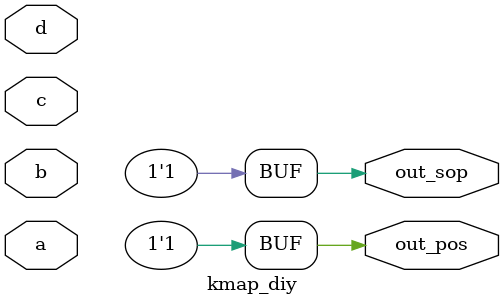
<source format=v>
`timescale 1ns / 1ps


module kmap_diy(
    input a,
    input b,
    input c,
    input d,
    output out_sop,
    output out_pos  ); 

    assign out_sop = 1;
    assign out_pos = 1;


endmodule
</source>
